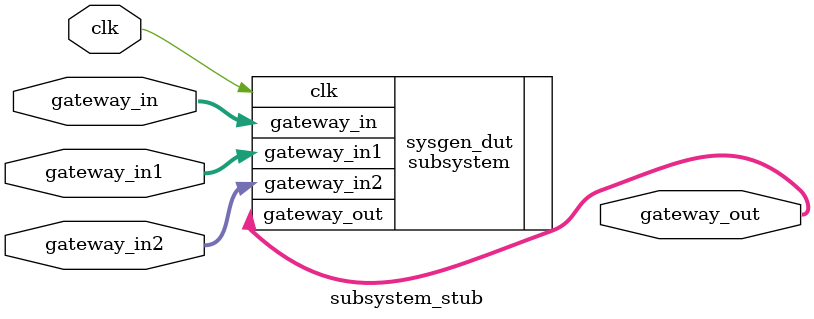
<source format=v>
`timescale 1 ns / 10 ps
module subsystem_stub (
  input [10-1:0] gateway_in,
  input [10-1:0] gateway_in1,
  input [10-1:0] gateway_in2,
  input clk,
  output [24-1:0] gateway_out
);
  subsystem sysgen_dut (
    .gateway_in(gateway_in),
    .gateway_in1(gateway_in1),
    .gateway_in2(gateway_in2),
    .clk(clk),
    .gateway_out(gateway_out)
  );
endmodule

</source>
